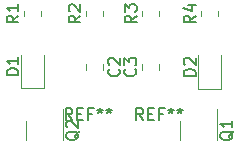
<source format=gbr>
%TF.GenerationSoftware,KiCad,Pcbnew,7.0.10*%
%TF.CreationDate,2024-01-10T15:24:57-03:00*%
%TF.ProjectId,osc,6f73632e-6b69-4636-9164-5f7063625858,rev?*%
%TF.SameCoordinates,Original*%
%TF.FileFunction,Legend,Top*%
%TF.FilePolarity,Positive*%
%FSLAX46Y46*%
G04 Gerber Fmt 4.6, Leading zero omitted, Abs format (unit mm)*
G04 Created by KiCad (PCBNEW 7.0.10) date 2024-01-10 15:24:57*
%MOMM*%
%LPD*%
G01*
G04 APERTURE LIST*
%ADD10C,0.150000*%
%ADD11C,0.120000*%
G04 APERTURE END LIST*
D10*
X66304819Y-52666666D02*
X65828628Y-52999999D01*
X66304819Y-53238094D02*
X65304819Y-53238094D01*
X65304819Y-53238094D02*
X65304819Y-52857142D01*
X65304819Y-52857142D02*
X65352438Y-52761904D01*
X65352438Y-52761904D02*
X65400057Y-52714285D01*
X65400057Y-52714285D02*
X65495295Y-52666666D01*
X65495295Y-52666666D02*
X65638152Y-52666666D01*
X65638152Y-52666666D02*
X65733390Y-52714285D01*
X65733390Y-52714285D02*
X65781009Y-52761904D01*
X65781009Y-52761904D02*
X65828628Y-52857142D01*
X65828628Y-52857142D02*
X65828628Y-53238094D01*
X65638152Y-51809523D02*
X66304819Y-51809523D01*
X65257200Y-52047618D02*
X65971485Y-52285713D01*
X65971485Y-52285713D02*
X65971485Y-51666666D01*
X56554819Y-52666666D02*
X56078628Y-52999999D01*
X56554819Y-53238094D02*
X55554819Y-53238094D01*
X55554819Y-53238094D02*
X55554819Y-52857142D01*
X55554819Y-52857142D02*
X55602438Y-52761904D01*
X55602438Y-52761904D02*
X55650057Y-52714285D01*
X55650057Y-52714285D02*
X55745295Y-52666666D01*
X55745295Y-52666666D02*
X55888152Y-52666666D01*
X55888152Y-52666666D02*
X55983390Y-52714285D01*
X55983390Y-52714285D02*
X56031009Y-52761904D01*
X56031009Y-52761904D02*
X56078628Y-52857142D01*
X56078628Y-52857142D02*
X56078628Y-53238094D01*
X55650057Y-52285713D02*
X55602438Y-52238094D01*
X55602438Y-52238094D02*
X55554819Y-52142856D01*
X55554819Y-52142856D02*
X55554819Y-51904761D01*
X55554819Y-51904761D02*
X55602438Y-51809523D01*
X55602438Y-51809523D02*
X55650057Y-51761904D01*
X55650057Y-51761904D02*
X55745295Y-51714285D01*
X55745295Y-51714285D02*
X55840533Y-51714285D01*
X55840533Y-51714285D02*
X55983390Y-51761904D01*
X55983390Y-51761904D02*
X56554819Y-52333332D01*
X56554819Y-52333332D02*
X56554819Y-51714285D01*
X61179580Y-57204166D02*
X61227200Y-57251785D01*
X61227200Y-57251785D02*
X61274819Y-57394642D01*
X61274819Y-57394642D02*
X61274819Y-57489880D01*
X61274819Y-57489880D02*
X61227200Y-57632737D01*
X61227200Y-57632737D02*
X61131961Y-57727975D01*
X61131961Y-57727975D02*
X61036723Y-57775594D01*
X61036723Y-57775594D02*
X60846247Y-57823213D01*
X60846247Y-57823213D02*
X60703390Y-57823213D01*
X60703390Y-57823213D02*
X60512914Y-57775594D01*
X60512914Y-57775594D02*
X60417676Y-57727975D01*
X60417676Y-57727975D02*
X60322438Y-57632737D01*
X60322438Y-57632737D02*
X60274819Y-57489880D01*
X60274819Y-57489880D02*
X60274819Y-57394642D01*
X60274819Y-57394642D02*
X60322438Y-57251785D01*
X60322438Y-57251785D02*
X60370057Y-57204166D01*
X60274819Y-56870832D02*
X60274819Y-56251785D01*
X60274819Y-56251785D02*
X60655771Y-56585118D01*
X60655771Y-56585118D02*
X60655771Y-56442261D01*
X60655771Y-56442261D02*
X60703390Y-56347023D01*
X60703390Y-56347023D02*
X60751009Y-56299404D01*
X60751009Y-56299404D02*
X60846247Y-56251785D01*
X60846247Y-56251785D02*
X61084342Y-56251785D01*
X61084342Y-56251785D02*
X61179580Y-56299404D01*
X61179580Y-56299404D02*
X61227200Y-56347023D01*
X61227200Y-56347023D02*
X61274819Y-56442261D01*
X61274819Y-56442261D02*
X61274819Y-56727975D01*
X61274819Y-56727975D02*
X61227200Y-56823213D01*
X61227200Y-56823213D02*
X61179580Y-56870832D01*
X61304819Y-52666666D02*
X60828628Y-52999999D01*
X61304819Y-53238094D02*
X60304819Y-53238094D01*
X60304819Y-53238094D02*
X60304819Y-52857142D01*
X60304819Y-52857142D02*
X60352438Y-52761904D01*
X60352438Y-52761904D02*
X60400057Y-52714285D01*
X60400057Y-52714285D02*
X60495295Y-52666666D01*
X60495295Y-52666666D02*
X60638152Y-52666666D01*
X60638152Y-52666666D02*
X60733390Y-52714285D01*
X60733390Y-52714285D02*
X60781009Y-52761904D01*
X60781009Y-52761904D02*
X60828628Y-52857142D01*
X60828628Y-52857142D02*
X60828628Y-53238094D01*
X60304819Y-52333332D02*
X60304819Y-51714285D01*
X60304819Y-51714285D02*
X60685771Y-52047618D01*
X60685771Y-52047618D02*
X60685771Y-51904761D01*
X60685771Y-51904761D02*
X60733390Y-51809523D01*
X60733390Y-51809523D02*
X60781009Y-51761904D01*
X60781009Y-51761904D02*
X60876247Y-51714285D01*
X60876247Y-51714285D02*
X61114342Y-51714285D01*
X61114342Y-51714285D02*
X61209580Y-51761904D01*
X61209580Y-51761904D02*
X61257200Y-51809523D01*
X61257200Y-51809523D02*
X61304819Y-51904761D01*
X61304819Y-51904761D02*
X61304819Y-52190475D01*
X61304819Y-52190475D02*
X61257200Y-52285713D01*
X61257200Y-52285713D02*
X61209580Y-52333332D01*
X56450057Y-62457738D02*
X56402438Y-62552976D01*
X56402438Y-62552976D02*
X56307200Y-62648214D01*
X56307200Y-62648214D02*
X56164342Y-62791071D01*
X56164342Y-62791071D02*
X56116723Y-62886309D01*
X56116723Y-62886309D02*
X56116723Y-62981547D01*
X56354819Y-62933928D02*
X56307200Y-63029166D01*
X56307200Y-63029166D02*
X56211961Y-63124404D01*
X56211961Y-63124404D02*
X56021485Y-63172023D01*
X56021485Y-63172023D02*
X55688152Y-63172023D01*
X55688152Y-63172023D02*
X55497676Y-63124404D01*
X55497676Y-63124404D02*
X55402438Y-63029166D01*
X55402438Y-63029166D02*
X55354819Y-62933928D01*
X55354819Y-62933928D02*
X55354819Y-62743452D01*
X55354819Y-62743452D02*
X55402438Y-62648214D01*
X55402438Y-62648214D02*
X55497676Y-62552976D01*
X55497676Y-62552976D02*
X55688152Y-62505357D01*
X55688152Y-62505357D02*
X56021485Y-62505357D01*
X56021485Y-62505357D02*
X56211961Y-62552976D01*
X56211961Y-62552976D02*
X56307200Y-62648214D01*
X56307200Y-62648214D02*
X56354819Y-62743452D01*
X56354819Y-62743452D02*
X56354819Y-62933928D01*
X55450057Y-62124404D02*
X55402438Y-62076785D01*
X55402438Y-62076785D02*
X55354819Y-61981547D01*
X55354819Y-61981547D02*
X55354819Y-61743452D01*
X55354819Y-61743452D02*
X55402438Y-61648214D01*
X55402438Y-61648214D02*
X55450057Y-61600595D01*
X55450057Y-61600595D02*
X55545295Y-61552976D01*
X55545295Y-61552976D02*
X55640533Y-61552976D01*
X55640533Y-61552976D02*
X55783390Y-61600595D01*
X55783390Y-61600595D02*
X56354819Y-62172023D01*
X56354819Y-62172023D02*
X56354819Y-61552976D01*
X69500057Y-62457738D02*
X69452438Y-62552976D01*
X69452438Y-62552976D02*
X69357200Y-62648214D01*
X69357200Y-62648214D02*
X69214342Y-62791071D01*
X69214342Y-62791071D02*
X69166723Y-62886309D01*
X69166723Y-62886309D02*
X69166723Y-62981547D01*
X69404819Y-62933928D02*
X69357200Y-63029166D01*
X69357200Y-63029166D02*
X69261961Y-63124404D01*
X69261961Y-63124404D02*
X69071485Y-63172023D01*
X69071485Y-63172023D02*
X68738152Y-63172023D01*
X68738152Y-63172023D02*
X68547676Y-63124404D01*
X68547676Y-63124404D02*
X68452438Y-63029166D01*
X68452438Y-63029166D02*
X68404819Y-62933928D01*
X68404819Y-62933928D02*
X68404819Y-62743452D01*
X68404819Y-62743452D02*
X68452438Y-62648214D01*
X68452438Y-62648214D02*
X68547676Y-62552976D01*
X68547676Y-62552976D02*
X68738152Y-62505357D01*
X68738152Y-62505357D02*
X69071485Y-62505357D01*
X69071485Y-62505357D02*
X69261961Y-62552976D01*
X69261961Y-62552976D02*
X69357200Y-62648214D01*
X69357200Y-62648214D02*
X69404819Y-62743452D01*
X69404819Y-62743452D02*
X69404819Y-62933928D01*
X69404819Y-61552976D02*
X69404819Y-62124404D01*
X69404819Y-61838690D02*
X68404819Y-61838690D01*
X68404819Y-61838690D02*
X68547676Y-61933928D01*
X68547676Y-61933928D02*
X68642914Y-62029166D01*
X68642914Y-62029166D02*
X68690533Y-62124404D01*
X59789580Y-57204166D02*
X59837200Y-57251785D01*
X59837200Y-57251785D02*
X59884819Y-57394642D01*
X59884819Y-57394642D02*
X59884819Y-57489880D01*
X59884819Y-57489880D02*
X59837200Y-57632737D01*
X59837200Y-57632737D02*
X59741961Y-57727975D01*
X59741961Y-57727975D02*
X59646723Y-57775594D01*
X59646723Y-57775594D02*
X59456247Y-57823213D01*
X59456247Y-57823213D02*
X59313390Y-57823213D01*
X59313390Y-57823213D02*
X59122914Y-57775594D01*
X59122914Y-57775594D02*
X59027676Y-57727975D01*
X59027676Y-57727975D02*
X58932438Y-57632737D01*
X58932438Y-57632737D02*
X58884819Y-57489880D01*
X58884819Y-57489880D02*
X58884819Y-57394642D01*
X58884819Y-57394642D02*
X58932438Y-57251785D01*
X58932438Y-57251785D02*
X58980057Y-57204166D01*
X58980057Y-56823213D02*
X58932438Y-56775594D01*
X58932438Y-56775594D02*
X58884819Y-56680356D01*
X58884819Y-56680356D02*
X58884819Y-56442261D01*
X58884819Y-56442261D02*
X58932438Y-56347023D01*
X58932438Y-56347023D02*
X58980057Y-56299404D01*
X58980057Y-56299404D02*
X59075295Y-56251785D01*
X59075295Y-56251785D02*
X59170533Y-56251785D01*
X59170533Y-56251785D02*
X59313390Y-56299404D01*
X59313390Y-56299404D02*
X59884819Y-56870832D01*
X59884819Y-56870832D02*
X59884819Y-56251785D01*
X61866666Y-61514819D02*
X61533333Y-61038628D01*
X61295238Y-61514819D02*
X61295238Y-60514819D01*
X61295238Y-60514819D02*
X61676190Y-60514819D01*
X61676190Y-60514819D02*
X61771428Y-60562438D01*
X61771428Y-60562438D02*
X61819047Y-60610057D01*
X61819047Y-60610057D02*
X61866666Y-60705295D01*
X61866666Y-60705295D02*
X61866666Y-60848152D01*
X61866666Y-60848152D02*
X61819047Y-60943390D01*
X61819047Y-60943390D02*
X61771428Y-60991009D01*
X61771428Y-60991009D02*
X61676190Y-61038628D01*
X61676190Y-61038628D02*
X61295238Y-61038628D01*
X62295238Y-60991009D02*
X62628571Y-60991009D01*
X62771428Y-61514819D02*
X62295238Y-61514819D01*
X62295238Y-61514819D02*
X62295238Y-60514819D01*
X62295238Y-60514819D02*
X62771428Y-60514819D01*
X63533333Y-60991009D02*
X63200000Y-60991009D01*
X63200000Y-61514819D02*
X63200000Y-60514819D01*
X63200000Y-60514819D02*
X63676190Y-60514819D01*
X64200000Y-60514819D02*
X64200000Y-60752914D01*
X63961905Y-60657676D02*
X64200000Y-60752914D01*
X64200000Y-60752914D02*
X64438095Y-60657676D01*
X64057143Y-60943390D02*
X64200000Y-60752914D01*
X64200000Y-60752914D02*
X64342857Y-60943390D01*
X64961905Y-60514819D02*
X64961905Y-60752914D01*
X64723810Y-60657676D02*
X64961905Y-60752914D01*
X64961905Y-60752914D02*
X65200000Y-60657676D01*
X64819048Y-60943390D02*
X64961905Y-60752914D01*
X64961905Y-60752914D02*
X65104762Y-60943390D01*
X51304819Y-52666666D02*
X50828628Y-52999999D01*
X51304819Y-53238094D02*
X50304819Y-53238094D01*
X50304819Y-53238094D02*
X50304819Y-52857142D01*
X50304819Y-52857142D02*
X50352438Y-52761904D01*
X50352438Y-52761904D02*
X50400057Y-52714285D01*
X50400057Y-52714285D02*
X50495295Y-52666666D01*
X50495295Y-52666666D02*
X50638152Y-52666666D01*
X50638152Y-52666666D02*
X50733390Y-52714285D01*
X50733390Y-52714285D02*
X50781009Y-52761904D01*
X50781009Y-52761904D02*
X50828628Y-52857142D01*
X50828628Y-52857142D02*
X50828628Y-53238094D01*
X51304819Y-51714285D02*
X51304819Y-52285713D01*
X51304819Y-51999999D02*
X50304819Y-51999999D01*
X50304819Y-51999999D02*
X50447676Y-52095237D01*
X50447676Y-52095237D02*
X50542914Y-52190475D01*
X50542914Y-52190475D02*
X50590533Y-52285713D01*
X66304819Y-57763094D02*
X65304819Y-57763094D01*
X65304819Y-57763094D02*
X65304819Y-57524999D01*
X65304819Y-57524999D02*
X65352438Y-57382142D01*
X65352438Y-57382142D02*
X65447676Y-57286904D01*
X65447676Y-57286904D02*
X65542914Y-57239285D01*
X65542914Y-57239285D02*
X65733390Y-57191666D01*
X65733390Y-57191666D02*
X65876247Y-57191666D01*
X65876247Y-57191666D02*
X66066723Y-57239285D01*
X66066723Y-57239285D02*
X66161961Y-57286904D01*
X66161961Y-57286904D02*
X66257200Y-57382142D01*
X66257200Y-57382142D02*
X66304819Y-57524999D01*
X66304819Y-57524999D02*
X66304819Y-57763094D01*
X65400057Y-56810713D02*
X65352438Y-56763094D01*
X65352438Y-56763094D02*
X65304819Y-56667856D01*
X65304819Y-56667856D02*
X65304819Y-56429761D01*
X65304819Y-56429761D02*
X65352438Y-56334523D01*
X65352438Y-56334523D02*
X65400057Y-56286904D01*
X65400057Y-56286904D02*
X65495295Y-56239285D01*
X65495295Y-56239285D02*
X65590533Y-56239285D01*
X65590533Y-56239285D02*
X65733390Y-56286904D01*
X65733390Y-56286904D02*
X66304819Y-56858332D01*
X66304819Y-56858332D02*
X66304819Y-56239285D01*
X55866666Y-61514819D02*
X55533333Y-61038628D01*
X55295238Y-61514819D02*
X55295238Y-60514819D01*
X55295238Y-60514819D02*
X55676190Y-60514819D01*
X55676190Y-60514819D02*
X55771428Y-60562438D01*
X55771428Y-60562438D02*
X55819047Y-60610057D01*
X55819047Y-60610057D02*
X55866666Y-60705295D01*
X55866666Y-60705295D02*
X55866666Y-60848152D01*
X55866666Y-60848152D02*
X55819047Y-60943390D01*
X55819047Y-60943390D02*
X55771428Y-60991009D01*
X55771428Y-60991009D02*
X55676190Y-61038628D01*
X55676190Y-61038628D02*
X55295238Y-61038628D01*
X56295238Y-60991009D02*
X56628571Y-60991009D01*
X56771428Y-61514819D02*
X56295238Y-61514819D01*
X56295238Y-61514819D02*
X56295238Y-60514819D01*
X56295238Y-60514819D02*
X56771428Y-60514819D01*
X57533333Y-60991009D02*
X57200000Y-60991009D01*
X57200000Y-61514819D02*
X57200000Y-60514819D01*
X57200000Y-60514819D02*
X57676190Y-60514819D01*
X58200000Y-60514819D02*
X58200000Y-60752914D01*
X57961905Y-60657676D02*
X58200000Y-60752914D01*
X58200000Y-60752914D02*
X58438095Y-60657676D01*
X58057143Y-60943390D02*
X58200000Y-60752914D01*
X58200000Y-60752914D02*
X58342857Y-60943390D01*
X58961905Y-60514819D02*
X58961905Y-60752914D01*
X58723810Y-60657676D02*
X58961905Y-60752914D01*
X58961905Y-60752914D02*
X59200000Y-60657676D01*
X58819048Y-60943390D02*
X58961905Y-60752914D01*
X58961905Y-60752914D02*
X59104762Y-60943390D01*
X51304819Y-57713094D02*
X50304819Y-57713094D01*
X50304819Y-57713094D02*
X50304819Y-57474999D01*
X50304819Y-57474999D02*
X50352438Y-57332142D01*
X50352438Y-57332142D02*
X50447676Y-57236904D01*
X50447676Y-57236904D02*
X50542914Y-57189285D01*
X50542914Y-57189285D02*
X50733390Y-57141666D01*
X50733390Y-57141666D02*
X50876247Y-57141666D01*
X50876247Y-57141666D02*
X51066723Y-57189285D01*
X51066723Y-57189285D02*
X51161961Y-57236904D01*
X51161961Y-57236904D02*
X51257200Y-57332142D01*
X51257200Y-57332142D02*
X51304819Y-57474999D01*
X51304819Y-57474999D02*
X51304819Y-57713094D01*
X51304819Y-56189285D02*
X51304819Y-56760713D01*
X51304819Y-56474999D02*
X50304819Y-56474999D01*
X50304819Y-56474999D02*
X50447676Y-56570237D01*
X50447676Y-56570237D02*
X50542914Y-56665475D01*
X50542914Y-56665475D02*
X50590533Y-56760713D01*
D11*
%TO.C,R4*%
X66765000Y-52727064D02*
X66765000Y-52272936D01*
X68235000Y-52727064D02*
X68235000Y-52272936D01*
%TO.C,R2*%
X57015000Y-52727064D02*
X57015000Y-52272936D01*
X58485000Y-52727064D02*
X58485000Y-52272936D01*
%TO.C,C3*%
X61765000Y-57298752D02*
X61765000Y-56776248D01*
X63235000Y-57298752D02*
X63235000Y-56776248D01*
%TO.C,R3*%
X61765000Y-52727064D02*
X61765000Y-52272936D01*
X63235000Y-52727064D02*
X63235000Y-52272936D01*
%TO.C,Q2*%
X55060000Y-62362500D02*
X55060000Y-60562500D01*
X55060000Y-62362500D02*
X55060000Y-63162500D01*
X51940000Y-62362500D02*
X51940000Y-61562500D01*
X51940000Y-62362500D02*
X51940000Y-63162500D01*
%TO.C,Q1*%
X68110000Y-62362500D02*
X68110000Y-60562500D01*
X68110000Y-62362500D02*
X68110000Y-63162500D01*
X64990000Y-62362500D02*
X64990000Y-61562500D01*
X64990000Y-62362500D02*
X64990000Y-63162500D01*
%TO.C,C2*%
X58485000Y-56776248D02*
X58485000Y-57298752D01*
X57015000Y-56776248D02*
X57015000Y-57298752D01*
%TO.C,R1*%
X51765000Y-52727064D02*
X51765000Y-52272936D01*
X53235000Y-52727064D02*
X53235000Y-52272936D01*
%TO.C,D2*%
X66540000Y-58885000D02*
X68460000Y-58885000D01*
X68460000Y-58885000D02*
X68460000Y-56025000D01*
X66540000Y-56025000D02*
X66540000Y-58885000D01*
%TO.C,D1*%
X51540000Y-58835000D02*
X53460000Y-58835000D01*
X53460000Y-58835000D02*
X53460000Y-55975000D01*
X51540000Y-55975000D02*
X51540000Y-58835000D01*
%TD*%
M02*

</source>
